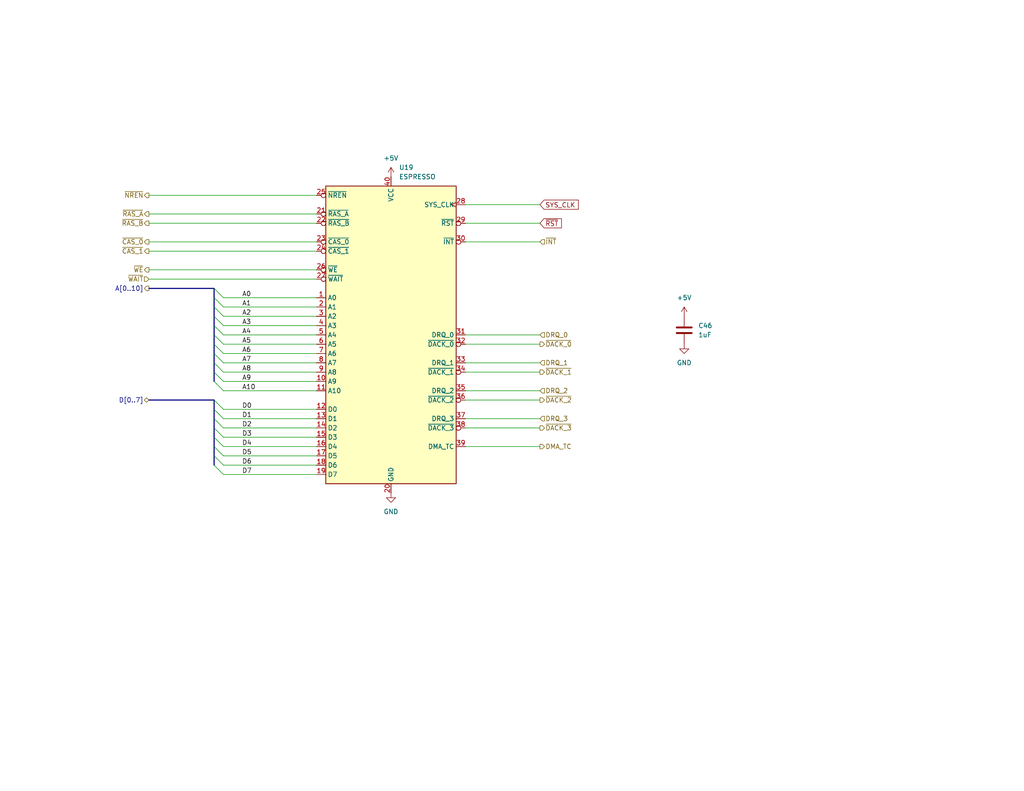
<source format=kicad_sch>
(kicad_sch (version 20230121) (generator eeschema)
  (paper "A")
  (title_block (title "Anachron CPU"))
  (lib_symbols
    (symbol "Device:C" (pin_numbers hide) (pin_names (offset 0.254))
      (property "Reference" "C" (at 0.635 2.54 0))
      (property "Value" "C" (at 0.635 -2.54 0))
      (symbol "C_0_1"
        (polyline (pts (xy -2.032 -0.762) (xy 2.032 -0.762)) (stroke (width 0.508)))
        (polyline (pts (xy -2.032 0.762) (xy 2.032 0.762)) (stroke (width 0.508)))
      )
      (symbol "C_1_1"
        (pin passive line (at 0 3.81 270) (length 2.794) (name "~") (number "1"))
        (pin passive line (at 0 -3.81 90) (length 2.794) (name "~") (number "2"))
      )
    )
    (symbol "anachron:espresso"
      (property "Reference" "U" (at -20.32 10.16 0))
      (property "Value" "ESPRESSO" (at -12.7 41.91 0))
      (symbol "espresso_0_0"
        (pin output line (at -20.32 10.16 0) (length 2.54) (name "A0") (number "1"))
        (pin output line (at -20.32 -12.7 0) (length 2.54) (name "A9") (number "10"))
        (pin output line (at -20.32 -15.24 0) (length 2.54) (name "A10") (number "11"))
        (pin bidirectional line (at -20.32 -20.32 0) (length 2.54) (name "D0") (number "12"))
        (pin bidirectional line (at -20.32 -22.86 0) (length 2.54) (name "D1") (number "13"))
        (pin bidirectional line (at -20.32 -25.4 0) (length 2.54) (name "D2") (number "14"))
        (pin bidirectional line (at -20.32 -27.94 0) (length 2.54) (name "D3") (number "15"))
        (pin bidirectional line (at -20.32 -30.48 0) (length 2.54) (name "D4") (number "16"))
        (pin bidirectional line (at -20.32 -33.02 0) (length 2.54) (name "D5") (number "17"))
        (pin bidirectional line (at -20.32 -35.56 0) (length 2.54) (name "D6") (number "18"))
        (pin bidirectional line (at -20.32 -38.1 0) (length 2.54) (name "D7") (number "19"))
        (pin output line (at -20.32 7.62 0) (length 2.54) (name "A1") (number "2"))
        (pin power_in line (at 0 -43.18 90) (length 2.54) (name "GND") (number "20"))
        (pin output inverted (at -20.32 30.48 0) (length 2.54) (name "~{RAS_B}") (number "22"))
        (pin output inverted (at -20.32 38.1 0) (length 2.54) (name "~{NREN}") (number "25"))
        (pin output inverted (at -20.32 17.78 0) (length 2.54) (name "~{WE}") (number "26"))
        (pin input inverted (at -20.32 15.24 0) (length 2.54) (name "~{WAIT}") (number "27"))
        (pin input clock (at 20.32 35.56 180) (length 2.54) (name "SYS_CLK") (number "28"))
        (pin input inverted (at 20.32 30.48 180) (length 2.54) (name "~{RST}") (number "29"))
        (pin output line (at -20.32 5.08 0) (length 2.54) (name "A2") (number "3"))
        (pin input inverted (at 20.32 25.4 180) (length 2.54) (name "~{INT}") (number "30"))
        (pin bidirectional line (at 20.32 0 180) (length 2.54) (name "DRQ_0") (number "31"))
        (pin bidirectional inverted (at 20.32 -2.54 180) (length 2.54) (name "~{DACK_0}") (number "32"))
        (pin bidirectional line (at 20.32 -7.62 180) (length 2.54) (name "DRQ_1") (number "33"))
        (pin bidirectional inverted (at 20.32 -10.16 180) (length 2.54) (name "~{DACK_1}") (number "34"))
        (pin bidirectional line (at 20.32 -15.24 180) (length 2.54) (name "DRQ_2") (number "35"))
        (pin bidirectional inverted (at 20.32 -17.78 180) (length 2.54) (name "~{DACK_2}") (number "36"))
        (pin bidirectional line (at 20.32 -22.86 180) (length 2.54) (name "DRQ_3") (number "37"))
        (pin bidirectional inverted (at 20.32 -25.4 180) (length 2.54) (name "~{DACK_3}") (number "38"))
        (pin bidirectional line (at 20.32 -30.48 180) (length 2.54) (name "DMA_TC") (number "39"))
        (pin output line (at -20.32 2.54 0) (length 2.54) (name "A3") (number "4"))
        (pin power_in line (at 0 43.18 270) (length 2.54) (name "VCC") (number "40"))
        (pin output line (at -20.32 0 0) (length 2.54) (name "A4") (number "5"))
        (pin output line (at -20.32 -2.54 0) (length 2.54) (name "A5") (number "6"))
        (pin output line (at -20.32 -5.08 0) (length 2.54) (name "A6") (number "7"))
        (pin output line (at -20.32 -7.62 0) (length 2.54) (name "A7") (number "8"))
        (pin output line (at -20.32 -10.16 0) (length 2.54) (name "A8") (number "9"))
      )
      (symbol "espresso_0_1"
        (rectangle (start -17.78 40.64) (end 17.78 -40.64) (stroke (width 0.254)) (fill (type background)))
      )
      (symbol "espresso_1_0"
        (pin output inverted (at -20.32 33.02 0) (length 2.54) (name "~{RAS_A}") (number "21"))
        (pin output inverted (at -20.32 25.4 0) (length 2.54) (name "~{CAS_0}") (number "23"))
        (pin output inverted (at -20.32 22.86 0) (length 2.54) (name "~{CAS_1}") (number "24"))
      )
    )
    (symbol "power:+5V" (power) (pin_names (offset 0))
      (property "Value" "+5V" (at 0 3.556 0))
      (symbol "+5V_0_1"
        (polyline (pts (xy -0.762 1.27) (xy 0 2.54)))
        (polyline (pts (xy 0 0) (xy 0 2.54)))
        (polyline (pts (xy 0 2.54) (xy 0.762 1.27)))
      )
      (symbol "+5V_1_1"
        (pin power_in line (at 0 0 90) (length 0) hide (name "+5V") (number "1"))
      )
    )
    (symbol "power:GND" (power) (pin_names (offset 0))
      (property "Value" "GND" (at 0 -3.81 0))
      (symbol "GND_0_1"
        (polyline (pts (xy 0 0) (xy 0 -1.27) (xy 1.27 -1.27) (xy 0 -2.54) (xy -1.27 -1.27) (xy 0 -1.27)))
      )
      (symbol "GND_1_1"
        (pin power_in line (at 0 0 270) (length 0) hide (name "GND") (number "1"))
      )
    )
  )
  (bus_entry (at 58.42 86.36) (size 2.54 2.54))
  (bus_entry (at 58.42 88.9) (size 2.54 2.54))
  (bus_entry (at 58.42 99.06) (size 2.54 2.54))
  (bus_entry (at 58.42 96.52) (size 2.54 2.54))
  (bus_entry (at 60.96 111.76) (size -2.54 -2.54))
  (bus_entry (at 58.42 93.98) (size 2.54 2.54))
  (bus_entry (at 60.96 124.46) (size -2.54 -2.54))
  (bus_entry (at 58.42 83.82) (size 2.54 2.54))
  (bus_entry (at 58.42 91.44) (size 2.54 2.54))
  (bus_entry (at 60.96 129.54) (size -2.54 -2.54))
  (bus_entry (at 58.42 78.74) (size 2.54 2.54))
  (bus_entry (at 58.42 104.14) (size 2.54 2.54))
  (bus_entry (at 58.42 101.6) (size 2.54 2.54))
  (bus_entry (at 60.96 116.84) (size -2.54 -2.54))
  (bus_entry (at 60.96 121.92) (size -2.54 -2.54))
  (bus_entry (at 60.96 127) (size -2.54 -2.54))
  (bus_entry (at 58.42 81.28) (size 2.54 2.54))
  (bus_entry (at 60.96 114.3) (size -2.54 -2.54))
  (bus_entry (at 60.96 119.38) (size -2.54 -2.54))
  (bus (pts (xy 58.42 91.44) (xy 58.42 93.98)))
  (bus (pts (xy 58.42 96.52) (xy 58.42 99.06)))
  (bus (pts (xy 40.64 109.22) (xy 58.42 109.22)))
  (wire (pts (xy 60.96 101.6) (xy 86.36 101.6)))
  (wire (pts (xy 60.96 111.76) (xy 86.36 111.76)))
  (wire (pts (xy 60.96 81.28) (xy 86.36 81.28)))
  (wire (pts (xy 60.96 93.98) (xy 86.36 93.98)))
  (bus (pts (xy 40.64 78.74) (xy 58.42 78.74)))
  (wire (pts (xy 60.96 106.68) (xy 86.36 106.68)))
  (wire (pts (xy 60.96 88.9) (xy 86.36 88.9)))
  (wire (pts (xy 127 106.68) (xy 147.32 106.68)))
  (wire (pts (xy 40.64 68.58) (xy 86.36 68.58)))
  (wire (pts (xy 40.64 66.04) (xy 86.36 66.04)))
  (bus (pts (xy 58.42 127) (xy 58.42 124.46)))
  (wire (pts (xy 127 114.3) (xy 147.32 114.3)))
  (wire (pts (xy 127 55.88) (xy 147.32 55.88)))
  (wire (pts (xy 127 99.06) (xy 147.32 99.06)))
  (bus (pts (xy 58.42 124.46) (xy 58.42 121.92)))
  (wire (pts (xy 127 60.96) (xy 147.32 60.96)))
  (wire (pts (xy 60.96 91.44) (xy 86.36 91.44)))
  (wire (pts (xy 60.96 83.82) (xy 86.36 83.82)))
  (bus (pts (xy 58.42 111.76) (xy 58.42 109.22)))
  (wire (pts (xy 60.96 116.84) (xy 86.36 116.84)))
  (wire (pts (xy 127 91.44) (xy 147.32 91.44)))
  (bus (pts (xy 58.42 83.82) (xy 58.42 86.36)))
  (bus (pts (xy 58.42 119.38) (xy 58.42 116.84)))
  (wire (pts (xy 60.96 96.52) (xy 86.36 96.52)))
  (wire (pts (xy 60.96 114.3) (xy 86.36 114.3)))
  (wire (pts (xy 60.96 121.92) (xy 86.36 121.92)))
  (bus (pts (xy 58.42 116.84) (xy 58.42 114.3)))
  (bus (pts (xy 58.42 93.98) (xy 58.42 96.52)))
  (wire (pts (xy 40.64 58.42) (xy 86.36 58.42)))
  (wire (pts (xy 127 66.04) (xy 147.32 66.04)))
  (bus (pts (xy 58.42 88.9) (xy 58.42 91.44)))
  (wire (pts (xy 40.64 60.96) (xy 86.36 60.96)))
  (wire (pts (xy 127 116.84) (xy 147.32 116.84)))
  (wire (pts (xy 60.96 124.46) (xy 86.36 124.46)))
  (bus (pts (xy 58.42 101.6) (xy 58.42 104.14)))
  (bus (pts (xy 58.42 81.28) (xy 58.42 83.82)))
  (wire (pts (xy 40.64 76.2) (xy 86.36 76.2)))
  (bus (pts (xy 58.42 121.92) (xy 58.42 119.38)))
  (wire (pts (xy 127 109.22) (xy 147.32 109.22)))
  (wire (pts (xy 127 121.92) (xy 147.32 121.92)))
  (bus (pts (xy 58.42 99.06) (xy 58.42 101.6)))
  (wire (pts (xy 60.96 127) (xy 86.36 127)))
  (bus (pts (xy 58.42 86.36) (xy 58.42 88.9)))
  (wire (pts (xy 60.96 86.36) (xy 86.36 86.36)))
  (wire (pts (xy 60.96 129.54) (xy 86.36 129.54)))
  (bus (pts (xy 58.42 78.74) (xy 58.42 81.28)))
  (wire (pts (xy 60.96 104.14) (xy 86.36 104.14)))
  (wire (pts (xy 127 101.6) (xy 147.32 101.6)))
  (wire (pts (xy 60.96 99.06) (xy 86.36 99.06)))
  (wire (pts (xy 127 93.98) (xy 147.32 93.98)))
  (wire (pts (xy 40.64 53.34) (xy 86.36 53.34)))
  (wire (pts (xy 40.64 73.66) (xy 86.36 73.66)))
  (bus (pts (xy 58.42 114.3) (xy 58.42 111.76)))
  (wire (pts (xy 60.96 119.38) (xy 86.36 119.38)))
  (label "D0" (at 66.04 111.76 0))
  (label "A8" (at 66.04 101.6 0))
  (label "D4" (at 66.04 121.92 0))
  (label "A3" (at 66.04 88.9 0))
  (label "A5" (at 66.04 93.98 0))
  (label "A6" (at 66.04 96.52 0))
  (label "A0" (at 66.04 81.28 0))
  (label "D6" (at 66.04 127 0))
  (label "A10" (at 66.04 106.68 0))
  (label "D2" (at 66.04 116.84 0))
  (label "A9" (at 66.04 104.14 0))
  (label "A7" (at 66.04 99.06 0))
  (label "D3" (at 66.04 119.38 0))
  (label "D1" (at 66.04 114.3 0))
  (label "A4" (at 66.04 91.44 0))
  (label "A2" (at 66.04 86.36 0))
  (label "D7" (at 66.04 129.54 0))
  (label "D5" (at 66.04 124.46 0))
  (label "A1" (at 66.04 83.82 0))
  (global_label "SYS_CLK" (shape input) (at 147.32 55.88 0) (property "Intersheetrefs" "${INTERSHEET_REFS}" (effects hide)))
  (global_label "~{RST}" (shape input) (at 147.32 60.96 0) (property "Intersheetrefs" "${INTERSHEET_REFS}" (effects hide)))
  (hierarchical_label "D[0..7]" (shape bidirectional) (at 40.64 109.22 180))
  (hierarchical_label "~{NREN}" (shape output) (at 40.64 53.34 180))
  (hierarchical_label "A[0..10]" (shape output) (at 40.64 78.74 180))
  (hierarchical_label "DRQ_2" (shape input) (at 147.32 106.68 0))
  (hierarchical_label "~{DACK_2}" (shape output) (at 147.32 109.22 0))
  (hierarchical_label "DRQ_0" (shape input) (at 147.32 91.44 0))
  (hierarchical_label "~{INT}" (shape input) (at 147.32 66.04 0))
  (hierarchical_label "~{DACK_3}" (shape output) (at 147.32 116.84 0))
  (hierarchical_label "~{CAS_0}" (shape output) (at 40.64 66.04 180))
  (hierarchical_label "~{DACK_1}" (shape output) (at 147.32 101.6 0))
  (hierarchical_label "~{RAS_A}" (shape output) (at 40.64 58.42 180))
  (hierarchical_label "~{WAIT}" (shape input) (at 40.64 76.2 180))
  (hierarchical_label "DRQ_3" (shape input) (at 147.32 114.3 0))
  (hierarchical_label "DMA_TC" (shape output) (at 147.32 121.92 0))
  (hierarchical_label "~{WE}" (shape output) (at 40.64 73.66 180))
  (hierarchical_label "~{DACK_0}" (shape output) (at 147.32 93.98 0))
  (hierarchical_label "~{RAS_B}" (shape output) (at 40.64 60.96 180))
  (hierarchical_label "~{CAS_1}" (shape output) (at 40.64 68.58 180))
  (hierarchical_label "DRQ_1" (shape input) (at 147.32 99.06 0))
  (symbol (lib_id "power:GND") (at 106.68 134.62 0) (unit 1)
    (property "Reference" "#PWR049" (effects hide))
    (property "Value" "GND" (at 106.68 139.7 0))
  )
  (symbol (lib_id "power:+5V") (at 186.69 86.36 0) (unit 1)
    (property "Reference" "#PWR0219" (effects hide))
    (property "Value" "+5V" (at 186.69 81.28 0))
  )
  (symbol (lib_id "power:+5V") (at 106.68 48.26 0) (unit 1)
    (property "Reference" "#PWR048" (effects hide))
    (property "Value" "+5V" (at 106.68 43.18 0))
  )
  (symbol (lib_id "power:GND") (at 186.69 93.98 0) (unit 1)
    (property "Reference" "#PWR0220" (effects hide))
    (property "Value" "GND" (at 186.69 99.06 0))
  )
  (symbol (lib_id "anachron:espresso") (at 106.68 91.44 0) (unit 1)
    (property "Reference" "U19" (at 108.8741 45.72 0) (effects (justify left)))
    (property "Value" "ESPRESSO" (at 108.8741 48.26 0) (effects (justify left)))
    (property "Footprint" "anachron:DIP-40_W15.24mm_Socket" (effects hide))
  )
  (symbol (lib_id "Device:C") (at 186.69 90.17 0) (unit 1)
    (property "Reference" "C46" (at 190.5 88.9 0) (effects (justify left)))
    (property "Value" "1uF" (at 190.5 91.44 0) (effects (justify left)))
    (property "Footprint" "Capacitor_THT:C_Disc_D4.7mm_W2.5mm_P5.00mm" (effects hide))
    (property "mpf#" "FG28X5R1H105KRT06" (effects hide))
  )
)
</source>
